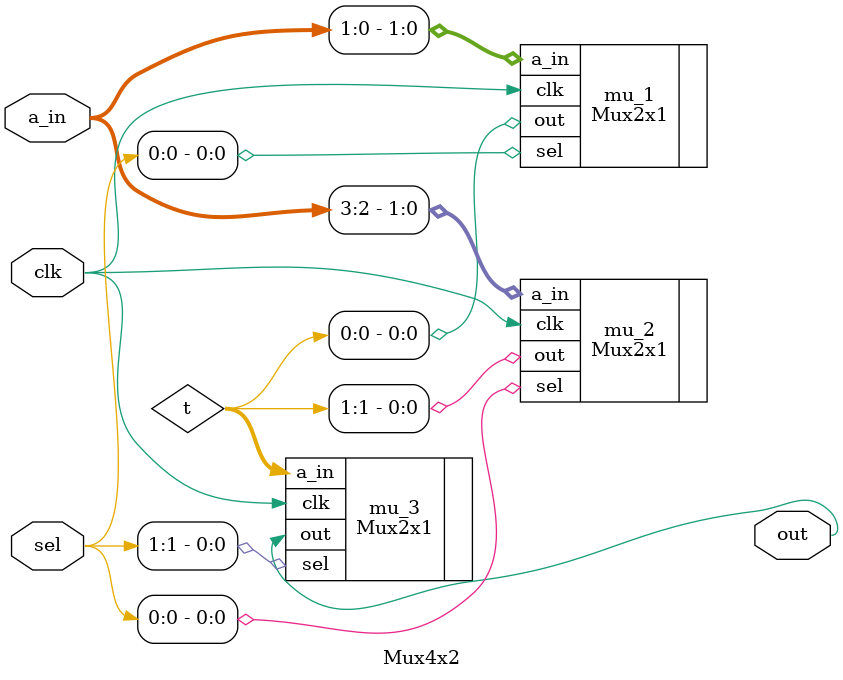
<source format=v>
module Mux4x2 #(
	parameter DATA_WIDTH=4, SEL_WIDTH=2
	)(
		input clk,
		input [DATA_WIDTH-1:0] a_in,
		input [SEL_WIDTH-1:0] sel,
		output out
		);

	wire [1:0] t;

	Mux2x1 #(.DATA_WIDTH(2)) mu_1(.clk(clk),.a_in(a_in[1:0]), .sel(sel[0]),.out(t[0])); // STAGE-1
	Mux2x1 #(.DATA_WIDTH(2)) mu_2(.clk(clk),.a_in(a_in[3:2]), .sel(sel[0]),.out(t[1])); // STAGE-2
	Mux2x1 #(.DATA_WIDTH(2)) mu_3(.clk(clk),.a_in(t), .sel(sel[1]),.out(out)); // STAGE-3

endmodule

</source>
